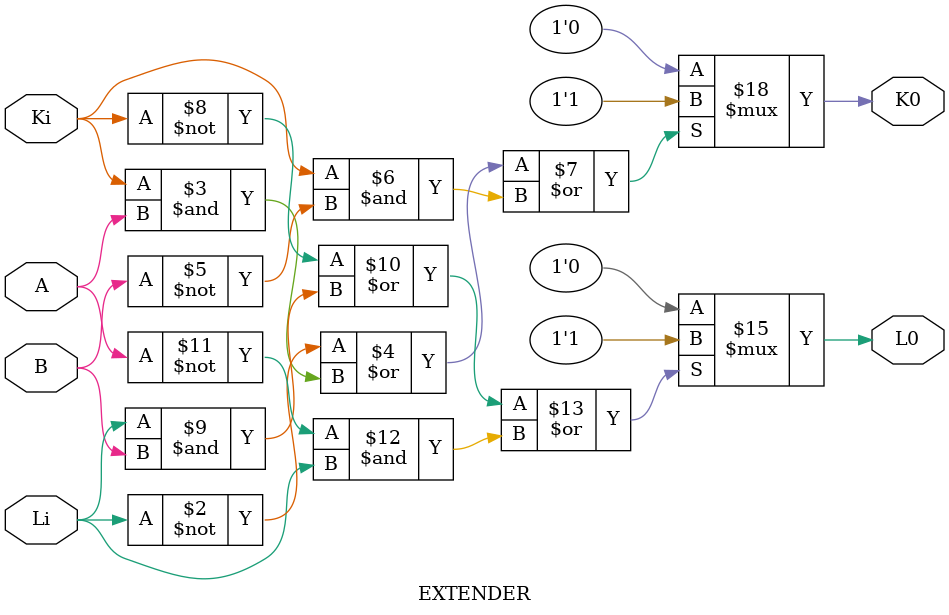
<source format=v>
/*  Circuitos Digitales 1
    I ciclo 2022  
Autor: Pablo Duran Segura */

//El presente programa describe un módulo EXTENDER que compara las magnitudes de 2 palabras de dos bits

module EXTENDER (input Ki,Li,A,B,         //entradas 
                    output  reg K0,L0);   //salidas
                

//funciones que definen cuando se activan o se desactivan las salidas (se calcularon con Mapas de karnaugh)

    always @(*) begin


        if (~Li | Ki&A | Ki&~B) begin   //cuando se de alguna de estas combinaciones se activa la salida K0, de otra forma no se activa
            K0 = 1;
        end

        else 
            K0 = 0;

        if (~Ki | Li&B | ~A&Li) begin  //cuando se de alguna de estas combinaciones se activa la salida L0, de otra forma no se activa
            L0 = 1;
         end 

        else 
          L0 = 0;

        end 

endmodule

</source>
